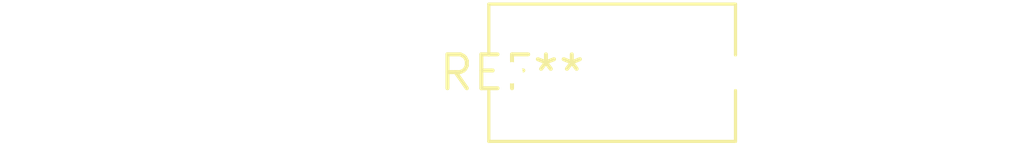
<source format=kicad_pcb>
(kicad_pcb (version 20240108) (generator pcbnew)
  (layers (0 "F.Cu" signal) (31 "B.Cu" signal) (34 "B.Paste" user) (35 "F.Paste" user) (36 "B.SilkS" user "B.Silkscreen") (37 "F.SilkS" user "F.Silkscreen") (38 "B.Mask" user) (39 "F.Mask" user) (44 "Edge.Cuts" user))
  (net 0 "")
  (footprint "C_Rect_L9.0mm_W4.9mm_P7.50mm_MKT" (layer "F.Cu") (at 0 0)
    (property "Reference" "REF**")
    (property "Value" "C_Rect_L9.0mm_W4.9mm_P7.50mm_MKT")
    (fp_line (start -0.87 -2.571) (end -0.87 -0.665) (layer "F.SilkS") (stroke (width 0.12)))
    (fp_line (start -0.87 -2.571) (end 8.37 -2.571) (layer "F.SilkS") (stroke (width 0.12)))
    (fp_line (start -0.87 0.665) (end -0.87 2.571) (layer "F.SilkS") (stroke (width 0.12)))
    (fp_line (start -0.87 2.571) (end 8.37 2.571) (layer "F.SilkS") (stroke (width 0.12)))
    (fp_line (start 8.37 -2.571) (end 8.37 -0.665) (layer "F.SilkS") (stroke (width 0.12)))
    (fp_line (start 8.37 0.665) (end 8.37 2.571) (layer "F.SilkS") (stroke (width 0.12)))
    (pad "1" thru_hole circle (at 0 0) (size 1.6 1.6) (drill 0.8) (layers *.Cu *.Mask) (remove_unused_layers))
    (pad "2" thru_hole circle (at 7.5 0) (size 1.6 1.6) (drill 0.8) (layers *.Cu *.Mask) (remove_unused_layers))
  )
)
</source>
